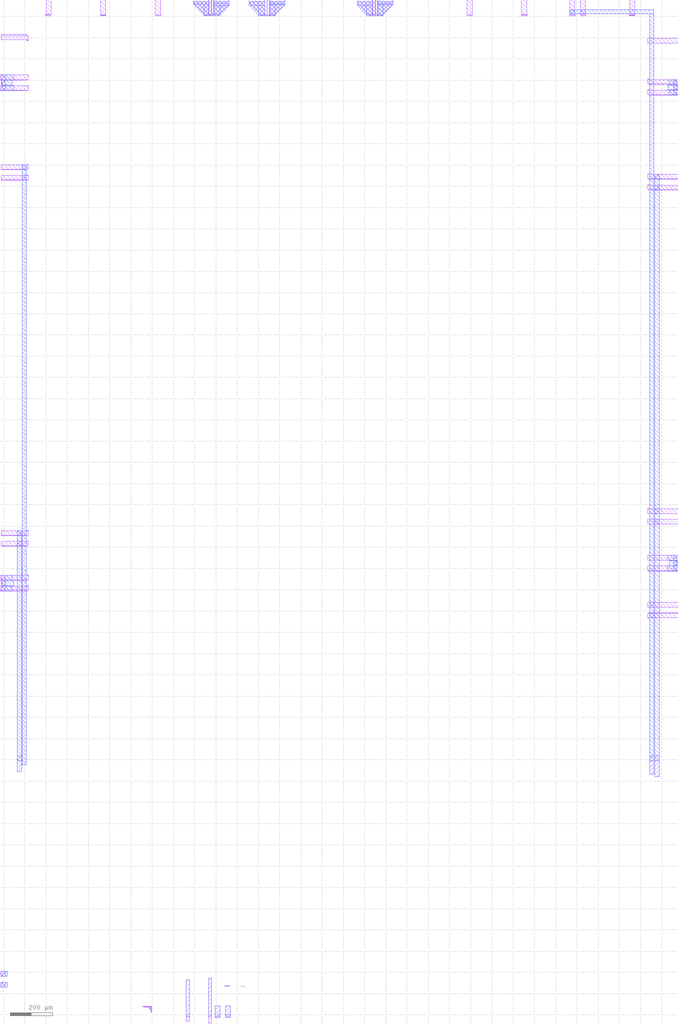
<source format=lef>
VERSION 5.7 ;
  NOWIREEXTENSIONATPIN ON ;
  DIVIDERCHAR "/" ;
  BUSBITCHARS "[]" ;
MACRO caravan_signal_routing
  CLASS BLOCK ;
  FOREIGN caravan_signal_routing ;
  ORIGIN 0.000 0.000 ;
  SIZE 1.000 BY 1.000 ;
  OBS
      LAYER met3 ;
        POLYGON 199.220 4710.300 199.220 4707.090 196.010 4707.090 ;
        RECT 199.220 4709.800 224.220 4778.310 ;
        RECT 199.220 4707.090 221.010 4709.800 ;
        RECT 196.010 4703.090 221.010 4707.090 ;
        POLYGON 221.010 4709.800 224.220 4709.800 221.010 4706.590 ;
        RECT 456.220 4707.090 481.220 4778.360 ;
        RECT 456.010 4706.410 481.220 4707.090 ;
        RECT 713.220 4707.090 738.220 4778.180 ;
        RECT 893.500 4756.600 964.895 4778.180 ;
        POLYGON 893.500 4756.600 943.010 4756.600 943.010 4707.090 ;
        RECT 943.010 4707.090 964.895 4756.600 ;
        RECT 966.395 4710.205 977.395 4778.180 ;
        POLYGON 966.395 4710.205 969.510 4710.205 969.510 4707.090 ;
        RECT 969.510 4707.090 977.395 4710.205 ;
        RECT 978.390 4710.710 989.390 4778.180 ;
        POLYGON 978.390 4710.710 980.260 4710.710 980.260 4708.840 ;
        RECT 980.260 4708.840 989.390 4710.710 ;
        RECT 990.890 4750.080 1062.500 4778.180 ;
        RECT 990.890 4710.710 1019.510 4750.080 ;
        POLYGON 990.890 4710.710 992.760 4710.710 992.760 4708.840 ;
        RECT 992.760 4708.840 1019.510 4710.710 ;
        POLYGON 977.395 4708.840 979.145 4707.090 977.395 4707.090 ;
        POLYGON 980.260 4708.840 982.010 4708.840 982.010 4707.090 ;
        RECT 982.010 4707.090 989.390 4708.840 ;
        POLYGON 989.390 4708.840 991.140 4707.090 989.390 4707.090 ;
        POLYGON 992.760 4708.840 994.510 4708.840 994.510 4707.090 ;
        RECT 713.220 4706.760 741.010 4707.090 ;
        RECT 456.010 4703.090 481.010 4706.410 ;
        RECT 716.010 4703.090 741.010 4706.760 ;
        RECT 943.010 4703.090 968.010 4707.090 ;
        RECT 969.510 4703.090 980.510 4707.090 ;
        RECT 982.010 4703.090 993.010 4707.090 ;
        RECT 994.510 4703.090 1019.510 4708.840 ;
        POLYGON 1019.510 4750.080 1062.500 4750.080 1019.510 4707.090 ;
        RECT 1156.500 4752.100 1227.895 4778.270 ;
        POLYGON 1156.500 4752.100 1201.510 4752.100 1201.510 4707.090 ;
        RECT 1201.510 4708.475 1227.895 4752.100 ;
        RECT 1201.510 4703.090 1226.510 4708.475 ;
        POLYGON 1226.510 4708.475 1227.895 4708.475 1226.510 4707.090 ;
        RECT 1229.395 4708.475 1240.395 4778.270 ;
        POLYGON 1229.395 4708.090 1229.395 4707.090 1228.395 4707.090 ;
        RECT 1229.395 4707.090 1239.010 4708.475 ;
        POLYGON 1239.010 4708.475 1240.395 4708.475 1239.010 4707.090 ;
        RECT 1241.390 4707.970 1252.390 4778.270 ;
        POLYGON 1241.390 4707.970 1241.390 4707.090 1240.510 4707.090 ;
        RECT 1241.390 4707.090 1251.510 4707.970 ;
        POLYGON 1251.510 4707.970 1252.390 4707.970 1251.510 4707.090 ;
        RECT 1253.890 4754.580 1325.500 4778.270 ;
        RECT 1253.890 4707.090 1278.010 4754.580 ;
        POLYGON 1278.010 4754.580 1325.500 4754.580 1278.010 4707.090 ;
        RECT 1665.500 4751.600 1736.895 4778.110 ;
        POLYGON 1665.500 4751.600 1710.010 4751.600 1710.010 4707.090 ;
        RECT 1710.010 4708.975 1736.895 4751.600 ;
        RECT 1228.010 4703.090 1239.010 4707.090 ;
        RECT 1240.510 4703.090 1251.510 4707.090 ;
        RECT 1253.010 4703.090 1278.010 4707.090 ;
        RECT 1710.010 4703.090 1735.010 4708.975 ;
        POLYGON 1735.010 4708.975 1736.895 4708.975 1735.010 4707.090 ;
        RECT 1738.395 4708.975 1749.395 4778.110 ;
        POLYGON 1738.395 4708.490 1738.395 4707.090 1736.995 4707.090 ;
        RECT 1738.395 4708.470 1748.890 4708.975 ;
        POLYGON 1748.890 4708.975 1749.395 4708.975 1748.890 4708.470 ;
        RECT 1750.390 4708.470 1761.390 4778.110 ;
        RECT 1738.395 4707.090 1747.510 4708.470 ;
        POLYGON 1747.510 4708.470 1748.890 4708.470 1747.510 4707.090 ;
        POLYGON 1750.390 4708.470 1750.390 4707.090 1749.010 4707.090 ;
        RECT 1750.390 4707.090 1760.010 4708.470 ;
        POLYGON 1760.010 4708.470 1761.390 4708.470 1760.010 4707.090 ;
        RECT 1762.890 4755.080 1834.500 4778.110 ;
        RECT 1762.890 4707.090 1786.510 4755.080 ;
        POLYGON 1786.510 4755.080 1834.500 4755.080 1786.510 4707.090 ;
        RECT 2182.220 4707.090 2207.220 4778.020 ;
        RECT 1736.510 4703.090 1747.510 4707.090 ;
        RECT 1749.010 4703.090 1760.010 4707.090 ;
        RECT 1761.510 4703.090 1786.510 4707.090 ;
        RECT 2182.010 4706.420 2207.220 4707.090 ;
        RECT 2439.220 4709.820 2464.220 4778.460 ;
        POLYGON 2439.220 4709.820 2442.010 4709.820 2442.010 4707.030 ;
        RECT 2442.010 4707.090 2464.220 4709.820 ;
        POLYGON 2464.220 4709.880 2467.010 4707.090 2464.220 4707.090 ;
        RECT 2182.010 4703.090 2207.010 4706.420 ;
        RECT 2442.010 4703.090 2467.010 4707.090 ;
        RECT 2667.000 4707.890 2690.895 4777.960 ;
        POLYGON 2667.000 4707.890 2668.010 4707.890 2668.010 4706.880 ;
        RECT 2668.010 4707.090 2690.895 4707.890 ;
        POLYGON 2690.895 4708.205 2692.010 4707.090 2690.895 4707.090 ;
        RECT 2668.010 4703.090 2692.010 4707.090 ;
        RECT 2716.890 4708.000 2740.790 4777.960 ;
        POLYGON 2716.890 4708.000 2718.010 4708.000 2718.010 4706.880 ;
        RECT 2718.010 4707.090 2740.790 4708.000 ;
        POLYGON 2740.790 4708.310 2742.010 4707.090 2740.790 4707.090 ;
        RECT 2948.220 4707.090 2973.220 4778.730 ;
        RECT 2718.010 4703.090 2742.010 4707.090 ;
        RECT 2948.010 4706.370 2973.220 4707.090 ;
        RECT 2948.010 4703.090 2973.010 4706.370 ;
        RECT -12.680 4609.300 105.820 4615.220 ;
        POLYGON 105.820 4615.220 111.740 4609.300 105.820 4609.300 ;
        RECT -12.680 4590.220 115.040 4609.300 ;
        POLYGON 105.125 4590.220 111.040 4590.220 111.040 4584.305 ;
        RECT 111.040 4584.300 115.040 4590.220 ;
        RECT 3035.040 4597.780 3039.040 4598.010 ;
        RECT 3035.040 4573.010 3177.530 4597.780 ;
        RECT 3038.580 4572.780 3177.530 4573.010 ;
        RECT 111.040 4424.200 115.040 4426.300 ;
        RECT -16.080 4402.300 115.040 4424.200 ;
        RECT -16.080 4400.255 111.260 4402.300 ;
        RECT 3035.040 4402.010 3039.040 4406.010 ;
        POLYGON 3039.040 4406.010 3043.040 4402.010 3039.040 4402.010 ;
        RECT 3035.040 4402.000 3170.900 4402.010 ;
        RECT -11.000 4375.600 5.910 4398.650 ;
        RECT 3035.040 4382.010 3178.020 4402.000 ;
        POLYGON 3038.130 4382.010 3042.140 4382.010 3042.140 4378.000 ;
        RECT 3042.140 4378.055 3178.020 4382.010 ;
        RECT 3042.140 4378.000 3170.900 4378.055 ;
        RECT 111.040 4374.000 115.040 4376.305 ;
        RECT -16.080 4352.300 115.040 4374.000 ;
        RECT -16.080 4350.055 111.300 4352.300 ;
        RECT -6.220 4350.000 111.300 4350.055 ;
        RECT 3035.040 4351.745 3039.040 4356.010 ;
        POLYGON 3039.040 4356.010 3043.305 4351.745 3039.040 4351.745 ;
        RECT 3156.030 4353.345 3176.020 4376.450 ;
        RECT 3035.040 4332.010 3178.020 4351.745 ;
        POLYGON 3038.170 4332.010 3042.380 4332.010 3042.380 4327.800 ;
        RECT 3042.380 4327.800 3178.020 4332.010 ;
        POLYGON 111.040 4004.300 111.040 4001.790 108.530 4001.790 ;
        RECT 111.040 4001.790 115.040 4004.300 ;
        RECT -12.000 3980.300 115.040 4001.790 ;
        RECT -12.000 3977.890 109.260 3980.300 ;
        POLYGON 109.260 3980.300 111.670 3980.300 109.260 3977.890 ;
        RECT 3035.040 3956.005 3039.040 3959.900 ;
        POLYGON 111.040 3954.300 111.040 3951.895 108.635 3951.895 ;
        RECT 111.040 3951.895 115.040 3954.300 ;
        RECT -12.000 3930.300 115.040 3951.895 ;
        RECT 3035.040 3935.900 3176.660 3956.005 ;
        RECT 3037.790 3932.105 3176.660 3935.900 ;
        RECT 37.960 3930.295 111.670 3930.300 ;
        RECT -12.000 3927.995 109.370 3930.295 ;
        POLYGON 109.370 3930.295 111.670 3930.295 109.370 3927.995 ;
        RECT 3035.040 3906.110 3039.040 3909.900 ;
        RECT 3035.040 3885.900 3176.660 3906.110 ;
        RECT 3037.790 3882.210 3176.660 3885.900 ;
        RECT 3035.040 2383.005 3039.040 2383.240 ;
        RECT 3035.040 2359.240 3176.660 2383.005 ;
        RECT 3038.790 2359.105 3124.080 2359.240 ;
        RECT 3035.040 2333.110 3039.040 2333.240 ;
        RECT 3035.040 2309.240 3176.660 2333.110 ;
        RECT 3038.830 2309.210 3124.120 2309.240 ;
        POLYGON 111.040 2281.530 111.040 2278.790 108.300 2278.790 ;
        RECT 111.040 2278.790 115.040 2281.530 ;
        RECT -12.000 2257.530 115.040 2278.790 ;
        RECT -12.000 2254.890 108.560 2257.530 ;
        POLYGON 108.560 2257.530 111.200 2257.530 108.560 2254.890 ;
        POLYGON 111.040 2231.525 111.040 2228.895 108.410 2228.895 ;
        RECT 111.040 2228.895 115.040 2231.530 ;
        RECT -12.000 2207.530 115.040 2228.895 ;
        RECT -12.000 2204.995 108.705 2207.530 ;
        POLYGON 108.705 2207.530 111.240 2207.530 108.705 2204.995 ;
        RECT 3035.040 2163.000 3039.040 2164.240 ;
        RECT 3035.040 2140.240 3178.020 2163.000 ;
        RECT 3038.710 2139.055 3178.020 2140.240 ;
        RECT 3038.710 2139.000 3169.390 2139.055 ;
        RECT 3156.030 2114.345 3176.020 2137.450 ;
        RECT 3035.040 2112.745 3039.040 2114.240 ;
        RECT 3035.040 2090.240 3178.020 2112.745 ;
        RECT 3038.710 2088.800 3178.020 2090.240 ;
        POLYGON 111.040 2071.530 111.040 2068.200 107.710 2068.200 ;
        RECT 111.040 2068.200 115.040 2071.530 ;
        RECT -16.080 2047.530 115.040 2068.200 ;
        RECT -16.080 2044.255 108.135 2047.530 ;
        POLYGON 108.135 2047.530 111.410 2047.530 108.135 2044.255 ;
        RECT -11.080 2019.600 5.910 2042.650 ;
        POLYGON 111.040 2021.530 111.040 2019.600 109.110 2019.600 ;
        RECT 111.040 2019.600 115.040 2021.530 ;
        POLYGON 109.110 2019.600 109.110 2018.000 107.510 2018.000 ;
        RECT 109.110 2018.000 115.040 2019.600 ;
        RECT -16.080 1997.530 115.040 2018.000 ;
        RECT -16.080 1994.055 107.790 1997.530 ;
        RECT -4.500 1994.000 107.790 1994.055 ;
        POLYGON 107.790 1997.530 111.320 1997.530 107.790 1994.000 ;
        RECT 3038.840 1941.240 3176.880 1942.005 ;
        RECT 3035.040 1918.105 3176.880 1941.240 ;
        RECT 3035.040 1917.310 3173.620 1918.105 ;
        RECT 3035.040 1917.240 3039.040 1917.310 ;
        RECT 3038.790 1891.240 3176.880 1892.110 ;
        RECT 3035.040 1868.210 3176.880 1891.240 ;
        RECT 3035.040 1867.240 3039.040 1868.210 ;
        RECT -16.080 180.255 5.910 204.200 ;
        RECT -16.080 130.055 5.910 154.000 ;
        RECT 1040.720 135.270 1063.515 136.865 ;
        RECT 1134.120 134.500 1137.320 134.680 ;
        RECT 1117.920 133.265 1137.320 134.500 ;
        RECT 1134.120 133.095 1137.320 133.265 ;
        RECT 654.720 37.800 699.880 39.405 ;
        RECT 661.520 34.470 693.390 36.070 ;
        RECT 858.500 -31.255 876.510 -0.675 ;
        RECT 966.025 -40.985 979.745 -0.675 ;
        RECT 994.715 -14.690 1018.745 -0.110 ;
        RECT 1044.970 -14.690 1069.000 -0.110 ;
      LAYER met4 ;
        RECT 893.500 4756.600 964.895 4769.600 ;
        POLYGON 893.500 4756.600 943.010 4756.600 943.010 4707.090 ;
        RECT 943.010 4707.090 964.895 4756.600 ;
        RECT 990.890 4758.600 1062.285 4769.600 ;
        RECT 990.890 4750.080 1062.500 4758.600 ;
        RECT 990.890 4710.710 1019.510 4750.080 ;
        POLYGON 990.890 4710.710 994.510 4710.710 994.510 4707.090 ;
        RECT 943.010 4703.090 968.010 4707.090 ;
        RECT 994.510 4703.090 1019.510 4710.710 ;
        POLYGON 1019.510 4750.080 1062.500 4750.080 1019.510 4707.090 ;
        RECT 1156.500 4752.100 1227.895 4769.600 ;
        POLYGON 1156.500 4752.100 1201.510 4752.100 1201.510 4707.090 ;
        RECT 1201.510 4708.475 1227.895 4752.100 ;
        RECT 1201.510 4703.090 1226.510 4708.475 ;
        POLYGON 1226.510 4708.475 1227.895 4708.475 1226.510 4707.090 ;
        RECT 1253.890 4758.600 1325.285 4769.600 ;
        RECT 1253.890 4754.580 1325.500 4758.600 ;
        RECT 1253.890 4707.090 1278.010 4754.580 ;
        POLYGON 1278.010 4754.580 1325.500 4754.580 1278.010 4707.090 ;
        RECT 1665.500 4751.600 1736.895 4769.600 ;
        POLYGON 1665.500 4751.600 1710.010 4751.600 1710.010 4707.090 ;
        RECT 1710.010 4708.975 1736.895 4751.600 ;
        RECT 1253.010 4703.090 1278.010 4707.090 ;
        RECT 1710.010 4703.090 1735.010 4708.975 ;
        POLYGON 1735.010 4708.975 1736.895 4708.975 1735.010 4707.090 ;
        RECT 1762.890 4758.600 1834.285 4769.600 ;
        RECT 1762.890 4755.080 1834.500 4758.600 ;
        RECT 1762.890 4707.090 1786.510 4755.080 ;
        POLYGON 1786.510 4755.080 1834.500 4755.080 1786.510 4707.090 ;
        RECT 2667.005 4711.410 2690.895 4731.410 ;
        RECT 2716.890 4711.410 2740.790 4731.410 ;
        RECT 1761.510 4703.090 1786.510 4707.090 ;
        RECT -9.290 4400.255 5.910 4424.200 ;
        RECT -9.290 4375.600 5.910 4398.650 ;
        RECT -9.290 4350.055 5.910 4374.000 ;
        RECT 86.955 3977.900 106.955 4001.790 ;
        RECT 86.955 3928.005 106.955 3951.905 ;
        RECT 3067.300 3932.105 3087.300 3955.995 ;
        RECT 3156.030 4378.055 3171.230 4402.000 ;
        RECT 3156.030 4353.345 3171.230 4376.450 ;
        RECT 3156.030 4327.800 3171.230 4351.745 ;
        RECT 3067.300 3882.210 3087.300 3906.110 ;
        RECT 3067.300 2359.105 3087.300 2382.995 ;
        RECT 3067.300 2309.210 3087.300 2333.110 ;
        RECT 64.455 2254.900 84.455 2278.790 ;
        RECT 64.455 2205.005 84.455 2228.905 ;
        RECT 3156.030 2139.055 3171.230 2163.000 ;
        RECT 3156.030 2114.345 3171.230 2137.450 ;
        RECT 3156.030 2088.800 3171.230 2112.745 ;
        RECT -9.290 2044.255 5.910 2068.200 ;
        RECT -9.290 2019.600 5.910 2042.650 ;
        RECT -9.290 1994.055 5.910 2018.000 ;
        RECT 3043.300 1917.310 3063.300 1941.995 ;
        RECT 3043.300 1868.210 3063.300 1892.110 ;
        RECT 64.455 1144.180 84.455 1218.290 ;
        RECT 3043.300 1132.580 3063.300 1218.290 ;
        RECT 3067.300 1120.980 3087.300 1218.290 ;
        RECT -9.290 180.255 5.910 204.200 ;
        RECT -9.290 130.055 5.910 154.000 ;
        RECT 687.000 22.485 688.955 32.480 ;
        RECT 694.000 10.880 696.410 32.480 ;
        RECT 858.500 -9.685 876.510 164.380 ;
        RECT 966.025 -9.685 979.745 171.380 ;
        RECT 994.715 -9.120 1018.745 41.480 ;
        RECT 1044.970 -9.120 1069.000 41.480 ;
      LAYER met5 ;
        RECT 893.500 4756.600 964.895 4769.600 ;
        POLYGON 893.500 4756.600 943.010 4756.600 943.010 4707.090 ;
        RECT 943.010 4707.090 964.895 4756.600 ;
        RECT 990.890 4758.600 1062.285 4769.600 ;
        RECT 990.890 4750.080 1062.500 4758.600 ;
        RECT 990.890 4710.710 1019.510 4750.080 ;
        POLYGON 990.890 4710.710 994.510 4710.710 994.510 4707.090 ;
        RECT 943.010 4703.090 968.010 4707.090 ;
        RECT 994.510 4703.090 1019.510 4710.710 ;
        POLYGON 1019.510 4750.080 1062.500 4750.080 1019.510 4707.090 ;
        RECT 1156.500 4752.100 1227.895 4769.600 ;
        POLYGON 1156.500 4752.100 1201.510 4752.100 1201.510 4707.090 ;
        RECT 1201.510 4708.475 1227.895 4752.100 ;
        RECT 1201.510 4703.090 1226.510 4708.475 ;
        POLYGON 1226.510 4708.475 1227.895 4708.475 1226.510 4707.090 ;
        RECT 1253.890 4758.600 1325.285 4769.600 ;
        RECT 1253.890 4754.580 1325.500 4758.600 ;
        RECT 1253.890 4707.090 1278.010 4754.580 ;
        POLYGON 1278.010 4754.580 1325.500 4754.580 1278.010 4707.090 ;
        RECT 1665.500 4751.600 1736.895 4769.600 ;
        POLYGON 1665.500 4751.600 1710.010 4751.600 1710.010 4707.090 ;
        RECT 1710.010 4708.975 1736.895 4751.600 ;
        RECT 1253.010 4703.090 1278.010 4707.090 ;
        RECT 1710.010 4703.090 1735.010 4708.975 ;
        POLYGON 1735.010 4708.975 1736.895 4708.975 1735.010 4707.090 ;
        RECT 1762.890 4758.600 1834.285 4769.600 ;
        RECT 1762.890 4755.080 1834.500 4758.600 ;
        RECT 1762.890 4707.090 1786.510 4755.080 ;
        POLYGON 1786.510 4755.080 1834.500 4755.080 1786.510 4707.090 ;
        RECT 2667.000 4711.410 3063.300 4731.410 ;
        RECT 1761.510 4703.090 1786.510 4707.090 ;
        RECT -9.290 4400.250 45.920 4424.200 ;
        RECT -9.290 4375.600 39.920 4398.650 ;
        RECT -9.290 4350.050 45.920 4374.000 ;
        RECT -9.290 2044.250 40.920 2068.200 ;
        RECT -9.290 2019.600 45.920 2042.650 ;
        RECT -9.290 1994.050 40.920 2018.000 ;
        RECT 64.455 1195.000 84.455 2278.790 ;
        RECT 86.955 1175.780 106.955 4001.790 ;
        RECT 3043.300 1195.000 3063.300 4711.410 ;
        RECT 3135.180 4378.050 3171.230 4402.000 ;
        RECT 3129.180 4353.345 3171.230 4376.450 ;
        RECT 3135.180 4327.795 3171.230 4351.745 ;
        RECT 3067.300 1195.000 3087.300 3956.005 ;
        RECT 3129.180 2139.050 3171.230 2163.000 ;
        RECT 3135.180 2114.345 3171.230 2137.450 ;
        RECT 3129.180 2088.795 3171.230 2112.745 ;
        RECT -9.290 180.250 15.920 204.200 ;
        RECT -9.290 130.050 15.920 154.000 ;
  END
END caravan_signal_routing
END LIBRARY


</source>
